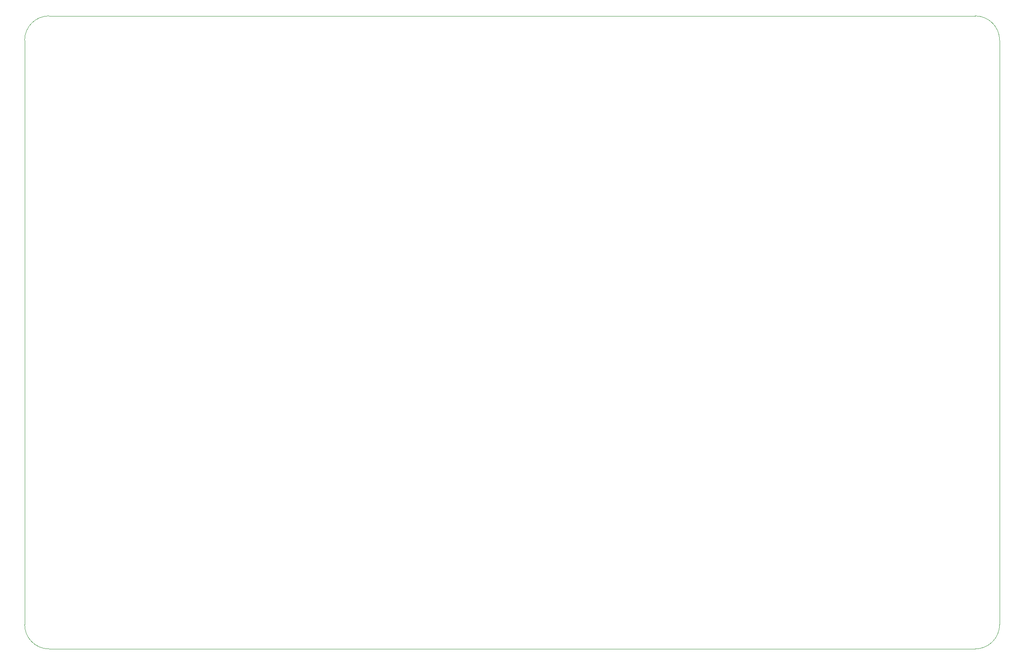
<source format=gbr>
%TF.GenerationSoftware,KiCad,Pcbnew,7.0.9*%
%TF.CreationDate,2024-03-04T14:23:29-07:00*%
%TF.ProjectId,picoAWG,7069636f-4157-4472-9e6b-696361645f70,rev?*%
%TF.SameCoordinates,Original*%
%TF.FileFunction,Profile,NP*%
%FSLAX46Y46*%
G04 Gerber Fmt 4.6, Leading zero omitted, Abs format (unit mm)*
G04 Created by KiCad (PCBNEW 7.0.9) date 2024-03-04 14:23:29*
%MOMM*%
%LPD*%
G01*
G04 APERTURE LIST*
%TA.AperFunction,Profile*%
%ADD10C,0.100000*%
%TD*%
G04 APERTURE END LIST*
D10*
X249618690Y-157036270D02*
X59618690Y-157036270D01*
X254618690Y-32036270D02*
X254618690Y-152036270D01*
X59618690Y-27036270D02*
G75*
G03*
X54618690Y-32036270I0J-5000000D01*
G01*
X59618690Y-27036270D02*
X249618690Y-27036270D01*
X54618730Y-152036270D02*
G75*
G03*
X59618690Y-157036270I4999970J-30D01*
G01*
X54618690Y-152036270D02*
X54618690Y-32036270D01*
X249618690Y-157036290D02*
G75*
G03*
X254618690Y-152036270I10J4999990D01*
G01*
X254618730Y-32036270D02*
G75*
G03*
X249618690Y-27036270I-5000030J-30D01*
G01*
M02*

</source>
